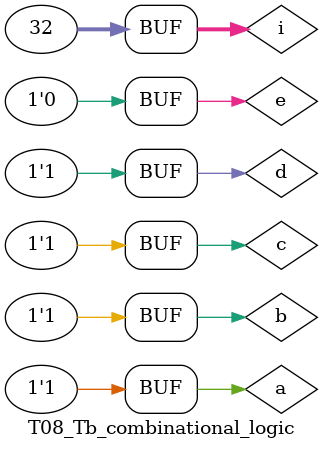
<source format=v>
module T08_Tb_combinational_logic;
    
    // Declare testbench variables
    reg a, b, c, d, e;
    wire z;
    integer i;

    // Instantiate the design and connect design inputs/outputs with
    // testbench variables
    T08_combinational_logic u0 (.a(a), .b(b), .c(c), .d(d), .e(e), .z(z));
    
    initial begin
        // At the beginning of time, initialize all inputs of the design
        // to a known value, in this case we have chosen it to be 0.
        a <= 0;
        b <= 0;
        c <= 0;
        d <= 0;
        e <= 0;

        // Use a $monitor task to print any change in the signal to
        // simulation console
        $monitor("a :%0b b :%0b c :%0b d :%0b e :%0b z :%0b ", a, b, c, d, e, z);

        // Because there are 5 inputs, there can be 32 different input combinations
        // So use an iterator "i" to increment from 0 to 32 and assign the value
        // to testbench variables so that it drives the design inputs
        for (i = 0; i < 32; i = i + 1) begin
            {a, b, c, d} = i;
            #10;            
        end
    end    
endmodule
</source>
